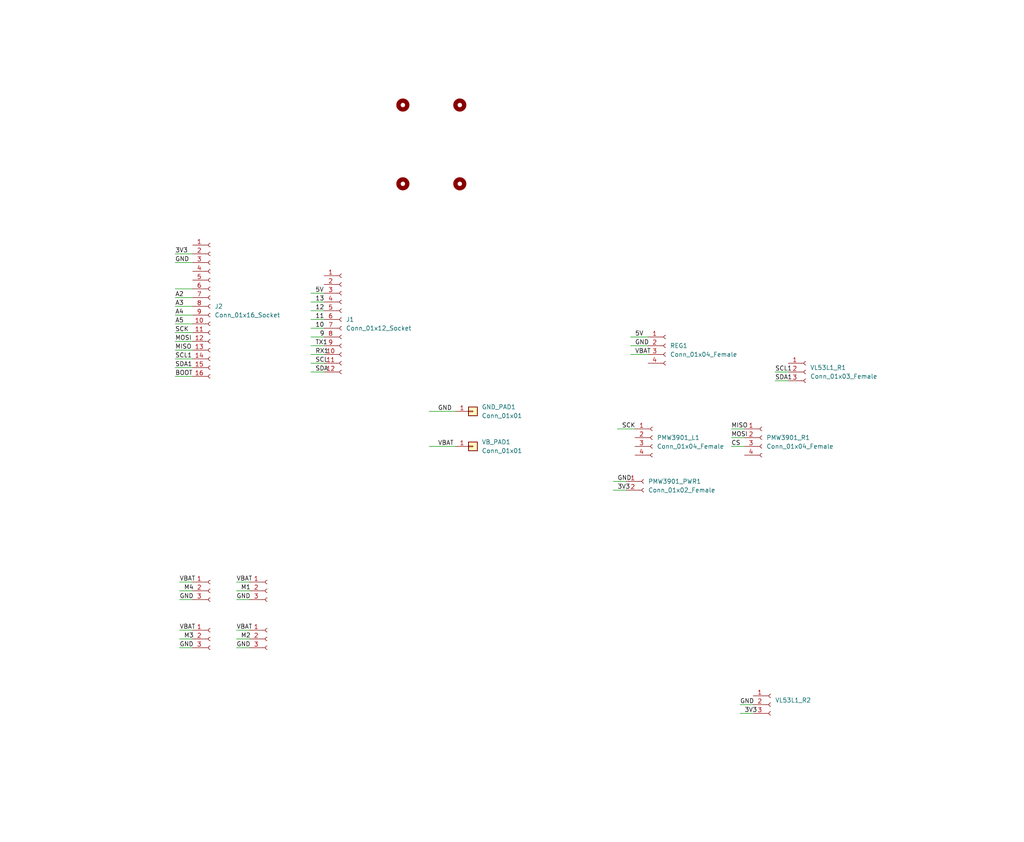
<source format=kicad_sch>
(kicad_sch (version 20250114) (generator "eeschema") (generator_version "9.0")
  (paper "User" 297.002 244.323)
  (lib_symbols
    (symbol "Connector:Conn_01x02_Female" (pin_names (offset 1.016) (hide yes))
      (property "Reference" "J" (at 0 2.54 0))
      (property "Value" "Conn_01x02_Female" (at 0 -5.08 0))
      (symbol "Conn_01x02_Female_1_1"
        (polyline (pts (xy -1.27 0) (xy -0.508 0)) (stroke (width 0.1524)))
        (polyline (pts (xy -1.27 -2.54) (xy -0.508 -2.54)) (stroke (width 0.1524)))
        (arc (start 0 -0.508) (mid -0.5058 0) (end 0 0.508) (stroke (width 0.1524)))
        (arc (start 0 -3.048) (mid -0.5058 -2.54) (end 0 -2.032) (stroke (width 0.1524)))
        (pin passive line (at -5.08 0 0) (length 3.81) (name "Pin_1") (number "1"))
        (pin passive line (at -5.08 -2.54 0) (length 3.81) (name "Pin_2") (number "2"))
      )
    )
    (symbol "Connector:Conn_01x03_Female" (pin_names (offset 1.016) (hide yes))
      (property "Reference" "J" (at 0 5.08 0))
      (property "Value" "Conn_01x03_Female" (at 0 -5.08 0))
      (symbol "Conn_01x03_Female_1_1"
        (polyline (pts (xy -1.27 2.54) (xy -0.508 2.54)) (stroke (width 0.1524)))
        (polyline (pts (xy -1.27 0) (xy -0.508 0)) (stroke (width 0.1524)))
        (polyline (pts (xy -1.27 -2.54) (xy -0.508 -2.54)) (stroke (width 0.1524)))
        (arc (start 0 2.032) (mid -0.5058 2.54) (end 0 3.048) (stroke (width 0.1524)))
        (arc (start 0 -0.508) (mid -0.5058 0) (end 0 0.508) (stroke (width 0.1524)))
        (arc (start 0 -3.048) (mid -0.5058 -2.54) (end 0 -2.032) (stroke (width 0.1524)))
        (pin passive line (at -5.08 2.54 0) (length 3.81) (name "Pin_1") (number "1"))
        (pin passive line (at -5.08 0 0) (length 3.81) (name "Pin_2") (number "2"))
        (pin passive line (at -5.08 -2.54 0) (length 3.81) (name "Pin_3") (number "3"))
      )
    )
    (symbol "Connector:Conn_01x04_Female" (pin_names (offset 1.016) (hide yes))
      (property "Reference" "J" (at 0 5.08 0))
      (property "Value" "Conn_01x04_Female" (at 0 -7.62 0))
      (symbol "Conn_01x04_Female_1_1"
        (polyline (pts (xy -1.27 2.54) (xy -0.508 2.54)) (stroke (width 0.1524)))
        (polyline (pts (xy -1.27 0) (xy -0.508 0)) (stroke (width 0.1524)))
        (polyline (pts (xy -1.27 -2.54) (xy -0.508 -2.54)) (stroke (width 0.1524)))
        (polyline (pts (xy -1.27 -5.08) (xy -0.508 -5.08)) (stroke (width 0.1524)))
        (arc (start 0 2.032) (mid -0.5058 2.54) (end 0 3.048) (stroke (width 0.1524)))
        (arc (start 0 -0.508) (mid -0.5058 0) (end 0 0.508) (stroke (width 0.1524)))
        (arc (start 0 -3.048) (mid -0.5058 -2.54) (end 0 -2.032) (stroke (width 0.1524)))
        (arc (start 0 -5.588) (mid -0.5058 -5.08) (end 0 -4.572) (stroke (width 0.1524)))
        (pin passive line (at -5.08 2.54 0) (length 3.81) (name "Pin_1") (number "1"))
        (pin passive line (at -5.08 0 0) (length 3.81) (name "Pin_2") (number "2"))
        (pin passive line (at -5.08 -2.54 0) (length 3.81) (name "Pin_3") (number "3"))
        (pin passive line (at -5.08 -5.08 0) (length 3.81) (name "Pin_4") (number "4"))
      )
    )
    (symbol "Connector:Conn_01x12_Socket" (pin_names (offset 1.016) (hide yes))
      (property "Reference" "J" (at 0 15.24 0))
      (property "Value" "Conn_01x12_Socket" (at 0 -17.78 0))
      (symbol "Conn_01x12_Socket_1_1"
        (polyline (pts (xy -1.27 12.7) (xy -0.508 12.7)) (stroke (width 0.1524)))
        (polyline (pts (xy -1.27 10.16) (xy -0.508 10.16)) (stroke (width 0.1524)))
        (polyline (pts (xy -1.27 7.62) (xy -0.508 7.62)) (stroke (width 0.1524)))
        (polyline (pts (xy -1.27 5.08) (xy -0.508 5.08)) (stroke (width 0.1524)))
        (polyline (pts (xy -1.27 2.54) (xy -0.508 2.54)) (stroke (width 0.1524)))
        (polyline (pts (xy -1.27 0) (xy -0.508 0)) (stroke (width 0.1524)))
        (polyline (pts (xy -1.27 -2.54) (xy -0.508 -2.54)) (stroke (width 0.1524)))
        (polyline (pts (xy -1.27 -5.08) (xy -0.508 -5.08)) (stroke (width 0.1524)))
        (polyline (pts (xy -1.27 -7.62) (xy -0.508 -7.62)) (stroke (width 0.1524)))
        (polyline (pts (xy -1.27 -10.16) (xy -0.508 -10.16)) (stroke (width 0.1524)))
        (polyline (pts (xy -1.27 -12.7) (xy -0.508 -12.7)) (stroke (width 0.1524)))
        (polyline (pts (xy -1.27 -15.24) (xy -0.508 -15.24)) (stroke (width 0.1524)))
        (arc (start 0 12.192) (mid -0.5058 12.7) (end 0 13.208) (stroke (width 0.1524)))
        (arc (start 0 9.652) (mid -0.5058 10.16) (end 0 10.668) (stroke (width 0.1524)))
        (arc (start 0 7.112) (mid -0.5058 7.62) (end 0 8.128) (stroke (width 0.1524)))
        (arc (start 0 4.572) (mid -0.5058 5.08) (end 0 5.588) (stroke (width 0.1524)))
        (arc (start 0 2.032) (mid -0.5058 2.54) (end 0 3.048) (stroke (width 0.1524)))
        (arc (start 0 -0.508) (mid -0.5058 0) (end 0 0.508) (stroke (width 0.1524)))
        (arc (start 0 -3.048) (mid -0.5058 -2.54) (end 0 -2.032) (stroke (width 0.1524)))
        (arc (start 0 -5.588) (mid -0.5058 -5.08) (end 0 -4.572) (stroke (width 0.1524)))
        (arc (start 0 -8.128) (mid -0.5058 -7.62) (end 0 -7.112) (stroke (width 0.1524)))
        (arc (start 0 -10.668) (mid -0.5058 -10.16) (end 0 -9.652) (stroke (width 0.1524)))
        (arc (start 0 -13.208) (mid -0.5058 -12.7) (end 0 -12.192) (stroke (width 0.1524)))
        (arc (start 0 -15.748) (mid -0.5058 -15.24) (end 0 -14.732) (stroke (width 0.1524)))
        (pin passive line (at -5.08 12.7 0) (length 3.81) (name "Pin_1") (number "1"))
        (pin passive line (at -5.08 10.16 0) (length 3.81) (name "Pin_2") (number "2"))
        (pin passive line (at -5.08 7.62 0) (length 3.81) (name "Pin_3") (number "3"))
        (pin passive line (at -5.08 5.08 0) (length 3.81) (name "Pin_4") (number "4"))
        (pin passive line (at -5.08 2.54 0) (length 3.81) (name "Pin_5") (number "5"))
        (pin passive line (at -5.08 0 0) (length 3.81) (name "Pin_6") (number "6"))
        (pin passive line (at -5.08 -2.54 0) (length 3.81) (name "Pin_7") (number "7"))
        (pin passive line (at -5.08 -5.08 0) (length 3.81) (name "Pin_8") (number "8"))
        (pin passive line (at -5.08 -7.62 0) (length 3.81) (name "Pin_9") (number "9"))
        (pin passive line (at -5.08 -10.16 0) (length 3.81) (name "Pin_10") (number "10"))
        (pin passive line (at -5.08 -12.7 0) (length 3.81) (name "Pin_11") (number "11"))
        (pin passive line (at -5.08 -15.24 0) (length 3.81) (name "Pin_12") (number "12"))
      )
    )
    (symbol "Connector:Conn_01x16_Socket" (pin_names (offset 1.016) (hide yes))
      (property "Reference" "J" (at 0 20.32 0))
      (property "Value" "Conn_01x16_Socket" (at 0 -22.86 0))
      (symbol "Conn_01x16_Socket_1_1"
        (polyline (pts (xy -1.27 17.78) (xy -0.508 17.78)) (stroke (width 0.1524)))
        (polyline (pts (xy -1.27 15.24) (xy -0.508 15.24)) (stroke (width 0.1524)))
        (polyline (pts (xy -1.27 12.7) (xy -0.508 12.7)) (stroke (width 0.1524)))
        (polyline (pts (xy -1.27 10.16) (xy -0.508 10.16)) (stroke (width 0.1524)))
        (polyline (pts (xy -1.27 7.62) (xy -0.508 7.62)) (stroke (width 0.1524)))
        (polyline (pts (xy -1.27 5.08) (xy -0.508 5.08)) (stroke (width 0.1524)))
        (polyline (pts (xy -1.27 2.54) (xy -0.508 2.54)) (stroke (width 0.1524)))
        (polyline (pts (xy -1.27 0) (xy -0.508 0)) (stroke (width 0.1524)))
        (polyline (pts (xy -1.27 -2.54) (xy -0.508 -2.54)) (stroke (width 0.1524)))
        (polyline (pts (xy -1.27 -5.08) (xy -0.508 -5.08)) (stroke (width 0.1524)))
        (polyline (pts (xy -1.27 -7.62) (xy -0.508 -7.62)) (stroke (width 0.1524)))
        (polyline (pts (xy -1.27 -10.16) (xy -0.508 -10.16)) (stroke (width 0.1524)))
        (polyline (pts (xy -1.27 -12.7) (xy -0.508 -12.7)) (stroke (width 0.1524)))
        (polyline (pts (xy -1.27 -15.24) (xy -0.508 -15.24)) (stroke (width 0.1524)))
        (polyline (pts (xy -1.27 -17.78) (xy -0.508 -17.78)) (stroke (width 0.1524)))
        (polyline (pts (xy -1.27 -20.32) (xy -0.508 -20.32)) (stroke (width 0.1524)))
        (arc (start 0 17.272) (mid -0.5058 17.78) (end 0 18.288) (stroke (width 0.1524)))
        (arc (start 0 14.732) (mid -0.5058 15.24) (end 0 15.748) (stroke (width 0.1524)))
        (arc (start 0 12.192) (mid -0.5058 12.7) (end 0 13.208) (stroke (width 0.1524)))
        (arc (start 0 9.652) (mid -0.5058 10.16) (end 0 10.668) (stroke (width 0.1524)))
        (arc (start 0 7.112) (mid -0.5058 7.62) (end 0 8.128) (stroke (width 0.1524)))
        (arc (start 0 4.572) (mid -0.5058 5.08) (end 0 5.588) (stroke (width 0.1524)))
        (arc (start 0 2.032) (mid -0.5058 2.54) (end 0 3.048) (stroke (width 0.1524)))
        (arc (start 0 -0.508) (mid -0.5058 0) (end 0 0.508) (stroke (width 0.1524)))
        (arc (start 0 -3.048) (mid -0.5058 -2.54) (end 0 -2.032) (stroke (width 0.1524)))
        (arc (start 0 -5.588) (mid -0.5058 -5.08) (end 0 -4.572) (stroke (width 0.1524)))
        (arc (start 0 -8.128) (mid -0.5058 -7.62) (end 0 -7.112) (stroke (width 0.1524)))
        (arc (start 0 -10.668) (mid -0.5058 -10.16) (end 0 -9.652) (stroke (width 0.1524)))
        (arc (start 0 -13.208) (mid -0.5058 -12.7) (end 0 -12.192) (stroke (width 0.1524)))
        (arc (start 0 -15.748) (mid -0.5058 -15.24) (end 0 -14.732) (stroke (width 0.1524)))
        (arc (start 0 -18.288) (mid -0.5058 -17.78) (end 0 -17.272) (stroke (width 0.1524)))
        (arc (start 0 -20.828) (mid -0.5058 -20.32) (end 0 -19.812) (stroke (width 0.1524)))
        (pin passive line (at -5.08 17.78 0) (length 3.81) (name "Pin_1") (number "1"))
        (pin passive line (at -5.08 15.24 0) (length 3.81) (name "Pin_2") (number "2"))
        (pin passive line (at -5.08 12.7 0) (length 3.81) (name "Pin_3") (number "3"))
        (pin passive line (at -5.08 10.16 0) (length 3.81) (name "Pin_4") (number "4"))
        (pin passive line (at -5.08 7.62 0) (length 3.81) (name "Pin_5") (number "5"))
        (pin passive line (at -5.08 5.08 0) (length 3.81) (name "Pin_6") (number "6"))
        (pin passive line (at -5.08 2.54 0) (length 3.81) (name "Pin_7") (number "7"))
        (pin passive line (at -5.08 0 0) (length 3.81) (name "Pin_8") (number "8"))
        (pin passive line (at -5.08 -2.54 0) (length 3.81) (name "Pin_9") (number "9"))
        (pin passive line (at -5.08 -5.08 0) (length 3.81) (name "Pin_10") (number "10"))
        (pin passive line (at -5.08 -7.62 0) (length 3.81) (name "Pin_11") (number "11"))
        (pin passive line (at -5.08 -10.16 0) (length 3.81) (name "Pin_12") (number "12"))
        (pin passive line (at -5.08 -12.7 0) (length 3.81) (name "Pin_13") (number "13"))
        (pin passive line (at -5.08 -15.24 0) (length 3.81) (name "Pin_14") (number "14"))
        (pin passive line (at -5.08 -17.78 0) (length 3.81) (name "Pin_15") (number "15"))
        (pin passive line (at -5.08 -20.32 0) (length 3.81) (name "Pin_16") (number "16"))
      )
    )
    (symbol "Connector_Generic:Conn_01x01" (pin_names (offset 1.016) (hide yes))
      (property "Reference" "J" (at 0 2.54 0))
      (property "Value" "Conn_01x01" (at 0 -2.54 0))
      (symbol "Conn_01x01_1_1"
        (rectangle (start -1.27 1.27) (end 1.27 -1.27) (stroke (width 0.254)) (fill (type background)))
        (rectangle (start -1.27 0.127) (end 0 -0.127) (stroke (width 0.1524)))
        (pin passive line (at -5.08 0 0) (length 3.81) (name "Pin_1") (number "1"))
      )
    )
    (symbol "Mechanical:MountingHole" (pin_names (offset 1.016))
      (property "Reference" "H" (at 0 5.08 0))
      (property "Value" "MountingHole" (at 0 3.175 0))
      (symbol "MountingHole_0_1"
        (circle (center 0 0) (radius 1.27) (stroke (width 1.27)))
      )
    )
  )
  (wire (pts (xy 50.8 96.52) (xy 55.88 96.52)))
  (wire (pts (xy 50.8 91.44) (xy 55.88 91.44)))
  (wire (pts (xy 50.8 104.14) (xy 55.88 104.14)))
  (wire (pts (xy 90.17 85.09) (xy 93.98 85.09)))
  (wire (pts (xy 224.79 110.49) (xy 228.6 110.49)))
  (wire (pts (xy 124.46 119.38) (xy 132.08 119.38)))
  (wire (pts (xy 90.17 97.79) (xy 93.98 97.79)))
  (wire (pts (xy 90.17 90.17) (xy 93.98 90.17)))
  (wire (pts (xy 182.88 97.79) (xy 187.96 97.79)))
  (wire (pts (xy 90.17 102.87) (xy 93.98 102.87)))
  (wire (pts (xy 177.8 142.24) (xy 181.61 142.24)))
  (wire (pts (xy 90.17 100.33) (xy 93.98 100.33)))
  (wire (pts (xy 52.07 173.99) (xy 55.88 173.99)))
  (wire (pts (xy 50.8 93.98) (xy 55.88 93.98)))
  (wire (pts (xy 179.07 124.46) (xy 184.15 124.46)))
  (wire (pts (xy 177.8 139.7) (xy 181.61 139.7)))
  (wire (pts (xy 50.8 76.2) (xy 55.88 76.2)))
  (wire (pts (xy 52.07 187.96) (xy 55.88 187.96)))
  (wire (pts (xy 182.88 100.33) (xy 187.96 100.33)))
  (wire (pts (xy 68.58 185.42) (xy 72.39 185.42)))
  (wire (pts (xy 68.58 182.88) (xy 72.39 182.88)))
  (wire (pts (xy 212.09 124.46) (xy 215.9 124.46)))
  (wire (pts (xy 90.17 87.63) (xy 93.98 87.63)))
  (wire (pts (xy 50.8 101.6) (xy 55.88 101.6)))
  (wire (pts (xy 214.63 204.47) (xy 218.44 204.47)))
  (wire (pts (xy 124.46 129.54) (xy 132.08 129.54)))
  (wire (pts (xy 50.8 99.06) (xy 55.88 99.06)))
  (wire (pts (xy 90.17 95.25) (xy 93.98 95.25)))
  (wire (pts (xy 50.8 88.9) (xy 55.88 88.9)))
  (wire (pts (xy 214.63 207.01) (xy 218.44 207.01)))
  (wire (pts (xy 224.79 107.95) (xy 228.6 107.95)))
  (wire (pts (xy 90.17 105.41) (xy 93.98 105.41)))
  (wire (pts (xy 50.8 109.22) (xy 55.88 109.22)))
  (wire (pts (xy 52.07 185.42) (xy 55.88 185.42)))
  (wire (pts (xy 50.8 83.82) (xy 55.88 83.82)))
  (wire (pts (xy 52.07 168.91) (xy 55.88 168.91)))
  (wire (pts (xy 68.58 173.99) (xy 72.39 173.99)))
  (wire (pts (xy 212.09 127) (xy 215.9 127)))
  (wire (pts (xy 50.8 73.66) (xy 55.88 73.66)))
  (wire (pts (xy 90.17 107.95) (xy 93.98 107.95)))
  (wire (pts (xy 212.09 129.54) (xy 215.9 129.54)))
  (wire (pts (xy 50.8 86.36) (xy 55.88 86.36)))
  (wire (pts (xy 52.07 171.45) (xy 55.88 171.45)))
  (wire (pts (xy 68.58 171.45) (xy 72.39 171.45)))
  (wire (pts (xy 68.58 168.91) (xy 72.39 168.91)))
  (wire (pts (xy 50.8 106.68) (xy 55.88 106.68)))
  (wire (pts (xy 68.58 187.96) (xy 72.39 187.96)))
  (wire (pts (xy 90.17 92.71) (xy 93.98 92.71)))
  (wire (pts (xy 182.88 102.87) (xy 187.96 102.87)))
  (wire (pts (xy 52.07 182.88) (xy 55.88 182.88)))
  (label "GND" (at 52.07 173.99 0))
  (label "GND" (at 50.8 76.2 0))
  (label "A3" (at 50.8 88.9 0))
  (label "10" (at 91.44 95.25 0))
  (label "M1" (at 69.85 171.45 0))
  (label "13" (at 91.44 87.63 0))
  (label "A2" (at 50.8 86.36 0))
  (label "5V" (at 91.44 85.09 0))
  (label "SCL1" (at 224.79 107.95 0))
  (label "SCK" (at 50.8 96.52 0))
  (label "VBAT" (at 52.07 168.91 0))
  (label "GND" (at 52.07 187.96 0))
  (label "GND" (at 214.63 204.47 0))
  (label "12" (at 91.44 90.17 0))
  (label "RX1" (at 91.44 102.87 0))
  (label "SCL" (at 91.44 105.41 0))
  (label "SDA1" (at 50.8 106.68 0))
  (label "VBAT" (at 127 129.54 0))
  (label "SCK" (at 180.34 124.46 0))
  (label "VBAT" (at 68.58 168.91 0))
  (label "BOOT" (at 50.8 109.22 0))
  (label "MOSI" (at 212.09 127 0))
  (label "M2" (at 69.85 185.42 0))
  (label "MISO" (at 212.09 124.46 0))
  (label "11" (at 91.44 92.71 0))
  (label "MOSI" (at 50.8 99.06 0))
  (label "M4" (at 53.34 171.45 0))
  (label "GND" (at 184.15 100.33 0))
  (label "CS" (at 212.09 129.54 0))
  (label "TX1" (at 91.44 100.33 0))
  (label "A4" (at 50.8 91.44 0))
  (label "SCL1" (at 50.8 104.14 0))
  (label "VBAT" (at 52.07 182.88 0))
  (label "VBAT" (at 68.58 182.88 0))
  (label "M3" (at 53.34 185.42 0))
  (label "GND" (at 127 119.38 0))
  (label "SDA" (at 91.44 107.95 0))
  (label "MISO" (at 50.8 101.6 0))
  (label "GND" (at 68.58 187.96 0))
  (label "3V3" (at 179.07 142.24 0))
  (label "SDA1" (at 224.79 110.49 0))
  (label "9" (at 92.71 97.79 0))
  (label "VBAT" (at 184.15 102.87 0))
  (label "GND" (at 68.58 173.99 0))
  (label "GND" (at 179.07 139.7 0))
  (label "A5" (at 50.8 93.98 0))
  (label "3V3" (at 215.9 207.01 0))
  (label "5V" (at 184.15 97.79 0))
  (label "3V3" (at 50.8 73.66 0))
  (symbol (lib_id "Connector:Conn_01x04_Female") (at 220.98 127 0) (unit 1)
    (property "Reference" "PMW3901_R1" (at 222.25 126.9999 0) (effects (justify left)))
    (property "Value" "Conn_01x04_Female" (at 222.25 129.5399 0) (effects (justify left)))
    (property "Footprint" "Connector_PinSocket_2.54mm:PinSocket_1x04_P2.54mm_Vertical" (effects (hide yes)))
    (property "Description" "Generic connector, single row, 01x04, script generated (kicad-library-utils/schlib/autogen/connector/)" (effects (hide yes)))
  )
  (symbol (lib_id "Connector:Conn_01x04_Female") (at 193.04 100.33 0) (unit 1)
    (property "Reference" "REG1" (at 194.31 100.3299 0) (effects (justify left)))
    (property "Value" "Conn_01x04_Female" (at 194.31 102.8699 0) (effects (justify left)))
    (property "Footprint" "Connector_PinSocket_2.54mm:PinSocket_1x04_P2.54mm_Vertical" (effects (hide yes)))
    (property "Description" "Generic connector, single row, 01x04, script generated (kicad-library-utils/schlib/autogen/connector/)" (effects (hide yes)))
  )
  (symbol (lib_id "Connector:Conn_01x16_Socket") (at 60.96 88.9 0) (unit 1)
    (property "Reference" "J2" (at 62.23 88.8999 0) (effects (justify left)))
    (property "Value" "Conn_01x16_Socket" (at 62.23 91.4399 0) (effects (justify left)))
    (property "Footprint" "Connector_PinSocket_2.54mm:PinSocket_1x16_P2.54mm_Vertical" (effects (hide yes)))
    (property "Description" "Generic connector, single row, 01x16, script generated" (effects (hide yes)))
  )
  (symbol (lib_id "Connector:Conn_01x03_Female") (at 77.47 171.45 0) (unit 1)
    (property "Reference" "M1_GND1" (effects (hide yes)))
    (property "Value" "Conn_01x03_Female" (effects (hide yes)))
    (property "Footprint" "Connector_PinHeader_2.54mm:PinHeader_1x03_P2.54mm_Vertical" (effects (hide yes)))
    (property "Description" "Generic connector, single row, 01x03, script generated (kicad-library-utils/schlib/autogen/connector/)" (effects (hide yes)))
  )
  (symbol (lib_id "Connector_Generic:Conn_01x01") (at 137.16 129.54 0) (unit 1)
    (property "Reference" "VB_PAD1" (at 139.7 128.2699 0) (effects (justify left)))
    (property "Value" "Conn_01x01" (at 139.7 130.8099 0) (effects (justify left)))
    (property "Footprint" "Connector_Wire:SolderWirePad_1x01_SMD_5x10mm" (effects (hide yes)))
    (property "Description" "Generic connector, single row, 01x01, script generated (kicad-library-utils/schlib/autogen/connector/)" (effects (hide yes)))
  )
  (symbol (lib_id "Mechanical:MountingHole") (at 116.84 53.34 0) (unit 1)
    (property "Reference" "POST_3" (effects (hide yes)))
    (property "Value" "MountingHole" (effects (hide yes)))
    (property "Footprint" "MountingHole:MountingHole_2.2mm_M2" (effects (hide yes)))
    (property "Description" "Mounting Hole without connection" (effects (hide yes)))
  )
  (symbol (lib_id "Connector:Conn_01x03_Female") (at 77.47 185.42 0) (unit 1)
    (property "Reference" "VL53L1_L3" (effects (hide yes)))
    (property "Value" "Conn_01x03_Female" (effects (hide yes)))
    (property "Footprint" "Connector_PinHeader_2.54mm:PinHeader_1x03_P2.54mm_Vertical" (effects (hide yes)))
    (property "Description" "Generic connector, single row, 01x03, script generated (kicad-library-utils/schlib/autogen/connector/)" (effects (hide yes)))
  )
  (symbol (lib_id "Mechanical:MountingHole") (at 133.35 53.34 0) (unit 1)
    (property "Reference" "POST_1" (effects (hide yes)))
    (property "Value" "MountingHole" (effects (hide yes)))
    (property "Footprint" "MountingHole:MountingHole_2.2mm_M2" (effects (hide yes)))
    (property "Description" "Mounting Hole without connection" (effects (hide yes)))
  )
  (symbol (lib_id "Connector:Conn_01x03_Female") (at 233.68 107.95 0) (unit 1)
    (property "Reference" "VL53L1_R1" (at 234.95 106.6799 0) (effects (justify left)))
    (property "Value" "Conn_01x03_Female" (at 234.95 109.2199 0) (effects (justify left)))
    (property "Footprint" "Connector_PinHeader_2.54mm:PinHeader_1x03_P2.54mm_Vertical" (effects (hide yes)))
    (property "Description" "Generic connector, single row, 01x03, script generated (kicad-library-utils/schlib/autogen/connector/)" (effects (hide yes)))
  )
  (symbol (lib_id "Mechanical:MountingHole") (at 116.84 30.48 0) (unit 1)
    (property "Reference" "POST_4" (effects (hide yes)))
    (property "Value" "MountingHole" (effects (hide yes)))
    (property "Footprint" "MountingHole:MountingHole_2.2mm_M2" (effects (hide yes)))
    (property "Description" "Mounting Hole without connection" (effects (hide yes)))
  )
  (symbol (lib_id "Connector:Conn_01x04_Female") (at 189.23 127 0) (unit 1)
    (property "Reference" "PMW3901_L1" (at 190.5 126.9999 0) (effects (justify left)))
    (property "Value" "Conn_01x04_Female" (at 190.5 129.5399 0) (effects (justify left)))
    (property "Footprint" "Connector_PinSocket_2.54mm:PinSocket_1x04_P2.54mm_Vertical" (effects (hide yes)))
    (property "Description" "Generic connector, single row, 01x04, script generated (kicad-library-utils/schlib/autogen/connector/)" (effects (hide yes)))
  )
  (symbol (lib_id "Connector:Conn_01x03_Female") (at 60.96 185.42 0) (unit 1)
    (property "Reference" "VL53L1_L5" (effects (hide yes)))
    (property "Value" "Conn_01x03_Female" (effects (hide yes)))
    (property "Footprint" "Connector_PinHeader_2.54mm:PinHeader_1x03_P2.54mm_Vertical" (effects (hide yes)))
    (property "Description" "Generic connector, single row, 01x03, script generated (kicad-library-utils/schlib/autogen/connector/)" (effects (hide yes)))
  )
  (symbol (lib_id "Connector:Conn_01x12_Socket") (at 99.06 92.71 0) (unit 1)
    (property "Reference" "J1" (at 100.33 92.7099 0) (effects (justify left)))
    (property "Value" "Conn_01x12_Socket" (at 100.33 95.2499 0) (effects (justify left)))
    (property "Footprint" "Connector_PinSocket_2.54mm:PinSocket_1x14_P2.54mm_Vertical" (effects (hide yes)))
    (property "Description" "Generic connector, single row, 01x12, script generated" (effects (hide yes)))
  )
  (symbol (lib_id "Connector:Conn_01x02_Female") (at 186.69 139.7 0) (unit 1)
    (property "Reference" "PMW3901_PWR1" (at 187.96 139.6999 0) (effects (justify left)))
    (property "Value" "Conn_01x02_Female" (at 187.96 142.2399 0) (effects (justify left)))
    (property "Footprint" "Connector_PinHeader_2.54mm:PinHeader_1x02_P2.54mm_Vertical" (effects (hide yes)))
    (property "Description" "Generic connector, single row, 01x02, script generated (kicad-library-utils/schlib/autogen/connector/)" (effects (hide yes)))
  )
  (symbol (lib_id "Connector:Conn_01x03_Female") (at 60.96 171.45 0) (unit 1)
    (property "Reference" "VL53L1_L4" (effects (hide yes)))
    (property "Value" "Conn_01x03_Female" (effects (hide yes)))
    (property "Footprint" "Connector_PinHeader_2.54mm:PinHeader_1x03_P2.54mm_Vertical" (effects (hide yes)))
    (property "Description" "Generic connector, single row, 01x03, script generated (kicad-library-utils/schlib/autogen/connector/)" (effects (hide yes)))
  )
  (symbol (lib_id "Mechanical:MountingHole") (at 133.35 30.48 0) (unit 1)
    (property "Reference" "POST_2" (effects (hide yes)))
    (property "Value" "MountingHole" (effects (hide yes)))
    (property "Footprint" "MountingHole:MountingHole_2.2mm_M2" (effects (hide yes)))
    (property "Description" "Mounting Hole without connection" (effects (hide yes)))
  )
  (symbol (lib_id "Connector_Generic:Conn_01x01") (at 137.16 119.38 0) (unit 1)
    (property "Reference" "GND_PAD1" (at 139.7 118.1099 0) (effects (justify left)))
    (property "Value" "Conn_01x01" (at 139.7 120.6499 0) (effects (justify left)))
    (property "Footprint" "Connector_Wire:SolderWirePad_1x01_SMD_5x10mm" (effects (hide yes)))
    (property "Description" "Generic connector, single row, 01x01, script generated (kicad-library-utils/schlib/autogen/connector/)" (effects (hide yes)))
  )
  (symbol (lib_id "Connector:Conn_01x03_Female") (at 223.52 204.47 0) (unit 1)
    (property "Reference" "VL53L1_R2" (at 224.79 203.1999 0) (effects (justify left)))
    (property "Value" "Conn_01x03_Female" (effects (hide yes)))
    (property "Footprint" "Connector_PinHeader_2.54mm:PinHeader_1x03_P2.54mm_Vertical" (effects (hide yes)))
    (property "Description" "Generic connector, single row, 01x03, script generated (kicad-library-utils/schlib/autogen/connector/)" (effects (hide yes)))
  )
)
</source>
